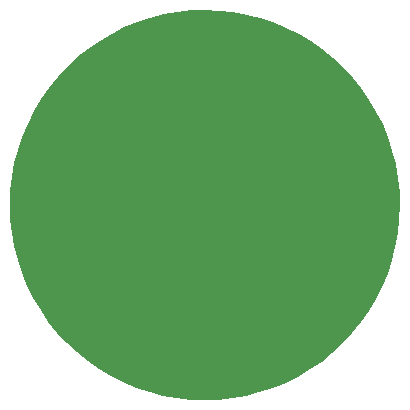
<source format=gbr>
%TF.GenerationSoftware,Altium Limited,Altium Designer,21.0.9 (235)*%
G04 Layer_Color=0*
%FSLAX45Y45*%
%MOMM*%
%TF.SameCoordinates,F7A25A3E-D5AF-42C8-93B9-E033C83BC228*%
%TF.FilePolarity,Positive*%
%TF.FileFunction,NonPlated,1,2,NPTH,Drill*%
%TF.Part,Single*%
G01*
G75*
G36*
X-1649551Y-50540D02*
X-1647561Y-109470D01*
X-1635184Y-226746D01*
X-1614471Y-342840D01*
X-1585529Y-457160D01*
X-1548506Y-569125D01*
X-1503589Y-678162D01*
X-1451008Y-783718D01*
X-1391031Y-885254D01*
X-1323963Y-982252D01*
X-1250146Y-1074219D01*
X-1169957Y-1160685D01*
X-1083803Y-1241210D01*
X-992124Y-1315384D01*
X-895388Y-1382829D01*
X-794086Y-1443201D01*
X-688735Y-1496192D01*
X-579873Y-1541532D01*
X-468053Y-1578991D01*
X-353847Y-1608377D01*
X-237834Y-1629541D01*
X-120608Y-1642375D01*
X-2764Y-1646813D01*
X115096Y-1642833D01*
X232371Y-1630456D01*
X348465Y-1609743D01*
X462785Y-1580801D01*
X574750Y-1543777D01*
X683788Y-1498861D01*
X789343Y-1446280D01*
X890879Y-1386303D01*
X987877Y-1319235D01*
X1079844Y-1245418D01*
X1166310Y-1165228D01*
X1246835Y-1079074D01*
X1321009Y-987396D01*
X1388454Y-890659D01*
X1448825Y-789357D01*
X1501816Y-684007D01*
X1547157Y-575144D01*
X1584616Y-463325D01*
X1614002Y-349118D01*
X1635166Y-233105D01*
X1647999Y-115879D01*
X1652437Y1964D01*
X1650448Y60894D01*
X1648458Y119824D01*
X1636080Y237100D01*
X1615367Y353194D01*
X1586425Y467514D01*
X1549402Y579478D01*
X1504485Y688516D01*
X1451904Y794072D01*
X1391927Y895608D01*
X1324859Y992606D01*
X1251042Y1084572D01*
X1170853Y1171039D01*
X1084699Y1251564D01*
X993020Y1325738D01*
X896283Y1393182D01*
X794982Y1453554D01*
X689632Y1506545D01*
X580769Y1551886D01*
X468950Y1589345D01*
X354743Y1618731D01*
X238731Y1639895D01*
X121504Y1652728D01*
X3660Y1657167D01*
X-114199Y1653187D01*
X-231475Y1640809D01*
X-347569Y1620096D01*
X-461889Y1591155D01*
X-573853Y1554131D01*
X-682891Y1509214D01*
X-788447Y1456633D01*
X-889982Y1396656D01*
X-986981Y1329588D01*
X-1078947Y1255771D01*
X-1165413Y1175582D01*
X-1245939Y1089428D01*
X-1320112Y997749D01*
X-1387557Y901012D01*
X-1447929Y799711D01*
X-1500920Y694360D01*
X-1546260Y585498D01*
X-1583719Y473678D01*
X-1613105Y359471D01*
X-1634269Y243459D01*
X-1647103Y126232D01*
X-1651541Y8389D01*
X-1649551Y-50541D01*
Y-50540D01*
D02*
G37*
%TF.MD5,de9cfab417f4a444e01047810161b013*%
M02*

</source>
